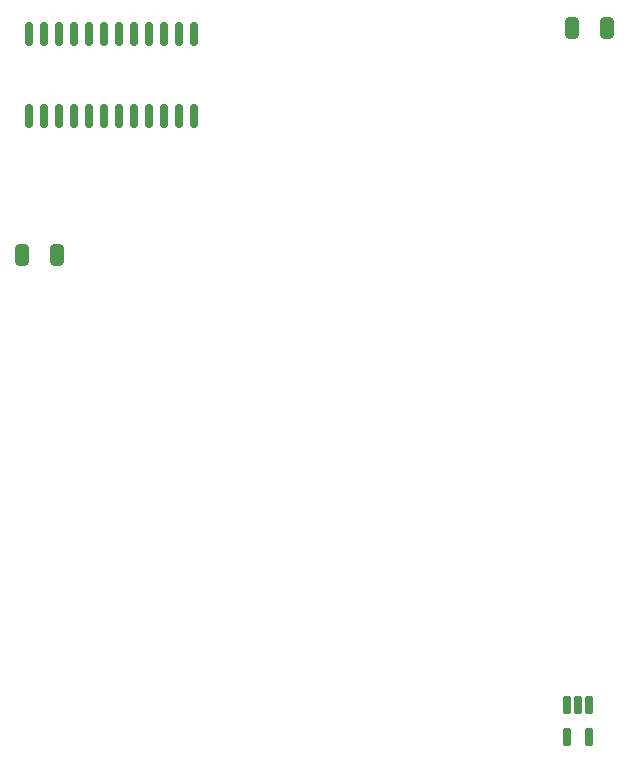
<source format=gbr>
%TF.GenerationSoftware,KiCad,Pcbnew,8.0.5-8.0.5-0~ubuntu22.04.1*%
%TF.CreationDate,2024-10-05T20:14:47+02:00*%
%TF.ProjectId,MP_Board,4d505f42-6f61-4726-942e-6b696361645f,rev?*%
%TF.SameCoordinates,Original*%
%TF.FileFunction,Paste,Top*%
%TF.FilePolarity,Positive*%
%FSLAX46Y46*%
G04 Gerber Fmt 4.6, Leading zero omitted, Abs format (unit mm)*
G04 Created by KiCad (PCBNEW 8.0.5-8.0.5-0~ubuntu22.04.1) date 2024-10-05 20:14:47*
%MOMM*%
%LPD*%
G01*
G04 APERTURE LIST*
G04 Aperture macros list*
%AMRoundRect*
0 Rectangle with rounded corners*
0 $1 Rounding radius*
0 $2 $3 $4 $5 $6 $7 $8 $9 X,Y pos of 4 corners*
0 Add a 4 corners polygon primitive as box body*
4,1,4,$2,$3,$4,$5,$6,$7,$8,$9,$2,$3,0*
0 Add four circle primitives for the rounded corners*
1,1,$1+$1,$2,$3*
1,1,$1+$1,$4,$5*
1,1,$1+$1,$6,$7*
1,1,$1+$1,$8,$9*
0 Add four rect primitives between the rounded corners*
20,1,$1+$1,$2,$3,$4,$5,0*
20,1,$1+$1,$4,$5,$6,$7,0*
20,1,$1+$1,$6,$7,$8,$9,0*
20,1,$1+$1,$8,$9,$2,$3,0*%
G04 Aperture macros list end*
%ADD10RoundRect,0.250000X-0.325000X-0.650000X0.325000X-0.650000X0.325000X0.650000X-0.325000X0.650000X0*%
%ADD11RoundRect,0.162500X-0.162500X0.617500X-0.162500X-0.617500X0.162500X-0.617500X0.162500X0.617500X0*%
%ADD12RoundRect,0.150000X0.150000X-0.837500X0.150000X0.837500X-0.150000X0.837500X-0.150000X-0.837500X0*%
%ADD13RoundRect,0.250000X0.325000X0.650000X-0.325000X0.650000X-0.325000X-0.650000X0.325000X-0.650000X0*%
G04 APERTURE END LIST*
D10*
%TO.C,C3*%
X144725000Y-64500000D03*
X147675000Y-64500000D03*
%TD*%
D11*
%TO.C,U5*%
X146172000Y-121760000D03*
X145222000Y-121760000D03*
X144272000Y-121760000D03*
X144272000Y-124460000D03*
X146172000Y-124460000D03*
%TD*%
D12*
%TO.C,U1*%
X98714717Y-71919580D03*
X99984717Y-71919580D03*
X101254717Y-71919580D03*
X102524717Y-71919580D03*
X103794717Y-71919580D03*
X105064717Y-71919580D03*
X106334717Y-71919580D03*
X107604717Y-71919580D03*
X108874717Y-71919580D03*
X110144717Y-71919580D03*
X111414717Y-71919580D03*
X112684717Y-71919580D03*
X112684717Y-64994580D03*
X111414717Y-64994580D03*
X110144717Y-64994580D03*
X108874717Y-64994580D03*
X107604717Y-64994580D03*
X106334717Y-64994580D03*
X105064717Y-64994580D03*
X103794717Y-64994580D03*
X102524717Y-64994580D03*
X101254717Y-64994580D03*
X99984717Y-64994580D03*
X98714717Y-64994580D03*
%TD*%
D13*
%TO.C,C6*%
X101092000Y-83693000D03*
X98142000Y-83693000D03*
%TD*%
M02*

</source>
